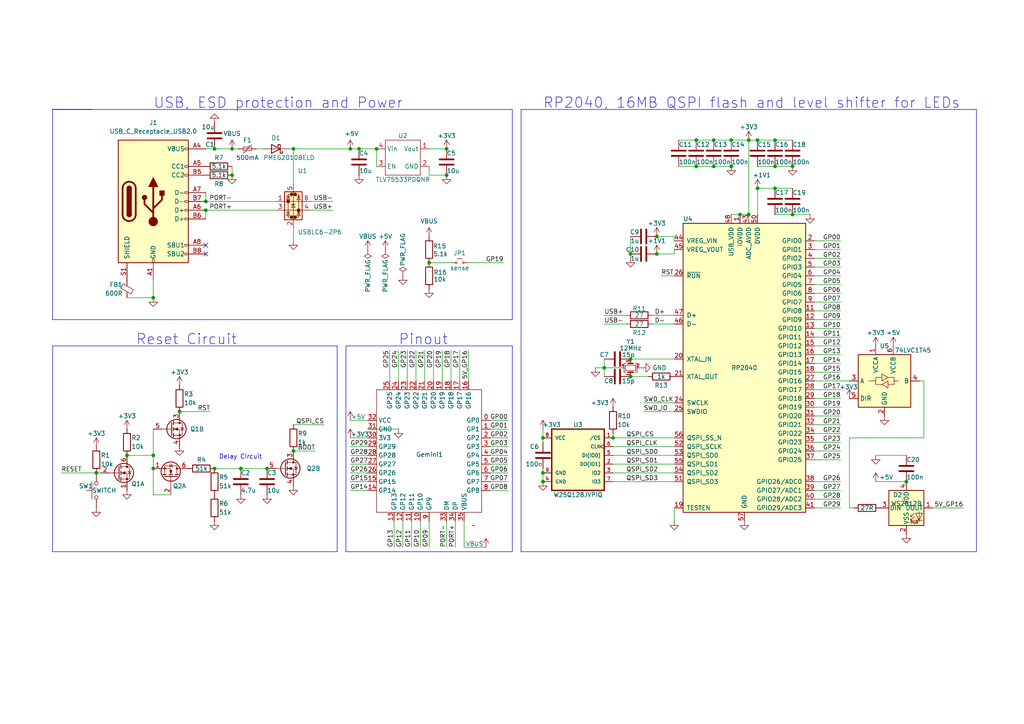
<source format=kicad_sch>
(kicad_sch (version 20231120) (generator "eeschema") (generator_version "8.0")
  (paper "A4")
  (title_block (title "Gemini") (date "2024-08-08") (rev "1.0") (company "0xCB") (comment 1 "Conor Burns"))
  (junction (at 44.45 135.89))
  (junction (at 219.71 40.64))
  (junction (at 157.48 139.7))
  (junction (at 201.93 48.26))
  (junction (at 36.83 132.08))
  (junction (at 67.31 43.18))
  (junction (at 104.14 43.18))
  (junction (at 207.01 40.64))
  (junction (at 62.23 43.18))
  (junction (at 212.09 40.64))
  (junction (at 262.89 139.7))
  (junction (at 77.47 135.89))
  (junction (at 201.93 40.64))
  (junction (at 224.79 48.26))
  (junction (at 175.26 106.68))
  (junction (at 109.22 43.18))
  (junction (at 27.94 137.16))
  (junction (at 157.48 127))
  (junction (at 224.79 40.64))
  (junction (at 190.5 68.58))
  (junction (at 182.88 109.22))
  (junction (at 182.88 73.66))
  (junction (at 124.46 76.2))
  (junction (at 129.54 43.18))
  (junction (at 101.6 43.18))
  (junction (at 59.69 60.96))
  (junction (at 177.8 127))
  (junction (at 129.54 50.8))
  (junction (at 59.69 58.42))
  (junction (at 44.45 132.08))
  (junction (at 212.09 48.26))
  (junction (at 219.71 54.61))
  (junction (at 52.07 119.38))
  (junction (at 217.17 40.64))
  (junction (at 229.87 48.26))
  (junction (at 207.01 48.26))
  (junction (at 182.88 104.14))
  (junction (at 217.17 62.23))
  (junction (at 214.63 62.23))
  (junction (at 85.09 130.81))
  (junction (at 224.79 54.61))
  (junction (at 44.45 86.36))
  (junction (at 62.23 135.89))
  (junction (at 190.5 73.66))
  (junction (at 157.48 137.16))
  (junction (at 67.31 50.8))
  (junction (at 69.85 135.89))
  (junction (at 229.87 62.23))
  (junction (at 85.09 43.18))
  (no_connect (at 59.69 73.66))
  (no_connect (at 59.69 71.12))
  (wire (pts (xy 49.53 143.51) (xy 44.45 143.51)))
  (wire (pts (xy 147.32 142.24) (xy 142.24 142.24)))
  (wire (pts (xy 116.84 158.75) (xy 116.84 151.13)))
  (wire (pts (xy 236.22 85.09) (xy 243.84 85.09)))
  (wire (pts (xy 175.26 106.68) (xy 175.26 104.14)))
  (wire (pts (xy 236.22 82.55) (xy 243.84 82.55)))
  (wire (pts (xy 236.22 72.39) (xy 243.84 72.39)))
  (wire (pts (xy 236.22 142.24) (xy 243.84 142.24)))
  (polyline (pts (xy 15.24 31.75) (xy 26.67 31.75)))
  (wire (pts (xy 217.17 40.64) (xy 217.17 62.23)))
  (polyline (pts (xy 283.21 160.02) (xy 151.13 160.02)))
  (wire (pts (xy 207.01 48.26) (xy 212.09 48.26)))
  (wire (pts (xy 279.4 147.32) (xy 270.51 147.32)))
  (wire (pts (xy 224.79 40.64) (xy 229.87 40.64)))
  (wire (pts (xy 109.22 43.18) (xy 109.22 48.26)))
  (wire (pts (xy 104.14 43.18) (xy 109.22 43.18)))
  (wire (pts (xy 175.26 106.68) (xy 175.26 109.22)))
  (wire (pts (xy 119.38 158.75) (xy 119.38 151.13)))
  (wire (pts (xy 113.03 101.6) (xy 113.03 110.49)))
  (polyline (pts (xy 101.6 100.33) (xy 148.59 100.33)))
  (wire (pts (xy 101.6 121.92) (xy 106.68 121.92)))
  (wire (pts (xy 128.27 101.6) (xy 128.27 110.49)))
  (wire (pts (xy 121.92 158.75) (xy 121.92 151.13)))
  (wire (pts (xy 190.5 73.66) (xy 195.58 73.66)))
  (wire (pts (xy 147.32 121.92) (xy 142.24 121.92)))
  (wire (pts (xy 96.52 58.42) (xy 90.17 58.42)))
  (wire (pts (xy 129.54 158.75) (xy 129.54 151.13)))
  (wire (pts (xy 195.58 73.66) (xy 195.58 72.39)))
  (wire (pts (xy 224.79 54.61) (xy 229.87 54.61)))
  (wire (pts (xy 236.22 144.78) (xy 243.84 144.78)))
  (wire (pts (xy 246.38 147.32) (xy 247.65 147.32)))
  (wire (pts (xy 267.97 127) (xy 267.97 110.49)))
  (wire (pts (xy 254 132.08) (xy 262.89 132.08)))
  (wire (pts (xy 177.8 137.16) (xy 195.58 137.16)))
  (wire (pts (xy 114.3 158.75) (xy 114.3 151.13)))
  (wire (pts (xy 115.57 101.6) (xy 115.57 110.49)))
  (polyline (pts (xy 283.21 31.75) (xy 283.21 160.02)))
  (wire (pts (xy 124.46 50.8) (xy 129.54 50.8)))
  (wire (pts (xy 236.22 115.57) (xy 243.84 115.57)))
  (polyline (pts (xy 151.13 31.75) (xy 166.37 31.75)))
  (wire (pts (xy 147.32 129.54) (xy 142.24 129.54)))
  (wire (pts (xy 44.45 132.08) (xy 44.45 135.89)))
  (wire (pts (xy 59.69 55.88) (xy 59.69 58.42)))
  (wire (pts (xy 185.42 106.68) (xy 186.055 106.68)))
  (wire (pts (xy 101.6 43.18) (xy 104.14 43.18)))
  (wire (pts (xy 157.48 137.16) (xy 157.48 139.7)))
  (wire (pts (xy 90.17 60.96) (xy 96.52 60.96)))
  (wire (pts (xy 195.58 68.58) (xy 190.5 68.58)))
  (polyline (pts (xy 15.24 100.33) (xy 15.24 160.02)))
  (wire (pts (xy 123.19 101.6) (xy 123.19 110.49)))
  (wire (pts (xy 236.22 113.03) (xy 243.84 113.03)))
  (wire (pts (xy 147.32 124.46) (xy 142.24 124.46)))
  (wire (pts (xy 201.93 48.26) (xy 207.01 48.26)))
  (wire (pts (xy 246.38 127) (xy 267.97 127)))
  (wire (pts (xy 101.6 139.7) (xy 106.68 139.7)))
  (wire (pts (xy 236.22 69.85) (xy 243.84 69.85)))
  (polyline (pts (xy 148.59 160.02) (xy 100.33 160.02)))
  (wire (pts (xy 236.22 110.49) (xy 246.38 110.49)))
  (wire (pts (xy 236.22 74.93) (xy 243.84 74.93)))
  (wire (pts (xy 172.72 106.68) (xy 175.26 106.68)))
  (wire (pts (xy 182.88 109.22) (xy 187.96 109.22)))
  (wire (pts (xy 186.69 116.84) (xy 195.58 116.84)))
  (wire (pts (xy 217.17 40.64) (xy 219.71 40.64)))
  (wire (pts (xy 125.73 101.6) (xy 125.73 110.49)))
  (wire (pts (xy 177.8 134.62) (xy 195.58 134.62)))
  (wire (pts (xy 147.32 127) (xy 142.24 127)))
  (wire (pts (xy 236.22 87.63) (xy 243.84 87.63)))
  (wire (pts (xy 236.22 139.7) (xy 243.84 139.7)))
  (wire (pts (xy 147.32 134.62) (xy 142.24 134.62)))
  (wire (pts (xy 147.32 137.16) (xy 142.24 137.16)))
  (wire (pts (xy 180.34 106.68) (xy 175.26 106.68)))
  (wire (pts (xy 236.22 80.01) (xy 243.84 80.01)))
  (wire (pts (xy 236.22 147.32) (xy 243.84 147.32)))
  (wire (pts (xy 182.88 74.93) (xy 182.88 73.66)))
  (wire (pts (xy 118.11 101.6) (xy 118.11 110.49)))
  (wire (pts (xy 189.23 91.44) (xy 195.58 91.44)))
  (wire (pts (xy 236.22 92.71) (xy 243.84 92.71)))
  (wire (pts (xy 236.22 130.81) (xy 243.84 130.81)))
  (wire (pts (xy 246.38 147.32) (xy 246.38 127)))
  (wire (pts (xy 181.61 91.44) (xy 175.26 91.44)))
  (wire (pts (xy 236.22 100.33) (xy 243.84 100.33)))
  (wire (pts (xy 267.97 110.49) (xy 266.7 110.49)))
  (wire (pts (xy 69.85 135.89) (xy 77.47 135.89)))
  (wire (pts (xy 229.87 62.23) (xy 234.95 62.23)))
  (wire (pts (xy 147.32 139.7) (xy 142.24 139.7)))
  (wire (pts (xy 219.71 62.23) (xy 219.71 54.61)))
  (polyline (pts (xy 148.59 31.75) (xy 148.59 92.71)))
  (wire (pts (xy 236.22 77.47) (xy 243.84 77.47)))
  (wire (pts (xy 44.45 135.89) (xy 44.45 143.51)))
  (polyline (pts (xy 15.24 100.33) (xy 97.79 100.33)))
  (wire (pts (xy 189.23 93.98) (xy 195.58 93.98)))
  (wire (pts (xy 224.79 62.23) (xy 229.87 62.23)))
  (wire (pts (xy 236.22 107.95) (xy 243.84 107.95)))
  (wire (pts (xy 124.46 158.75) (xy 124.46 151.13)))
  (wire (pts (xy 115.57 124.46) (xy 106.68 124.46)))
  (polyline (pts (xy 97.79 160.02) (xy 15.24 160.02)))
  (wire (pts (xy 177.8 132.08) (xy 195.58 132.08)))
  (wire (pts (xy 212.09 62.23) (xy 214.63 62.23)))
  (polyline (pts (xy 15.24 92.71) (xy 15.24 31.75)))
  (polyline (pts (xy 148.59 100.33) (xy 148.59 160.02)))
  (wire (pts (xy 236.22 90.17) (xy 243.84 90.17)))
  (polyline (pts (xy 15.24 31.75) (xy 148.59 31.75)))
  (wire (pts (xy 186.69 119.38) (xy 195.58 119.38)))
  (wire (pts (xy 36.83 132.08) (xy 44.45 132.08)))
  (wire (pts (xy 236.22 120.65) (xy 243.84 120.65)))
  (wire (pts (xy 36.83 86.36) (xy 44.45 86.36)))
  (wire (pts (xy 135.89 101.6) (xy 135.89 110.49)))
  (wire (pts (xy 181.61 93.98) (xy 175.26 93.98)))
  (wire (pts (xy 182.88 68.58) (xy 182.88 73.66)))
  (wire (pts (xy 236.22 128.27) (xy 243.84 128.27)))
  (wire (pts (xy 29.21 137.16) (xy 27.94 137.16)))
  (wire (pts (xy 67.31 48.26) (xy 67.31 50.8)))
  (wire (pts (xy 91.44 130.81) (xy 85.09 130.81)))
  (wire (pts (xy 236.22 102.87) (xy 243.84 102.87)))
  (wire (pts (xy 236.22 125.73) (xy 243.84 125.73)))
  (wire (pts (xy 59.69 60.96) (xy 80.01 60.96)))
  (wire (pts (xy 120.65 101.6) (xy 120.65 110.49)))
  (wire (pts (xy 217.17 40.64) (xy 212.09 40.64)))
  (wire (pts (xy 177.8 127) (xy 195.58 127)))
  (wire (pts (xy 157.48 135.89) (xy 157.48 137.16)))
  (wire (pts (xy 17.78 137.16) (xy 27.94 137.16)))
  (wire (pts (xy 93.98 123.19) (xy 85.09 123.19)))
  (wire (pts (xy 101.6 127) (xy 106.68 127)))
  (wire (pts (xy 196.85 40.64) (xy 201.93 40.64)))
  (polyline (pts (xy 148.59 92.71) (xy 15.24 92.71)))
  (wire (pts (xy 101.6 137.16) (xy 106.68 137.16)))
  (wire (pts (xy 254 139.7) (xy 262.89 139.7)))
  (wire (pts (xy 207.01 40.64) (xy 212.09 40.64)))
  (wire (pts (xy 177.8 129.54) (xy 195.58 129.54)))
  (wire (pts (xy 85.09 43.18) (xy 101.6 43.18)))
  (wire (pts (xy 44.45 86.36) (xy 44.45 81.28)))
  (wire (pts (xy 62.23 43.18) (xy 59.69 43.18)))
  (wire (pts (xy 101.6 129.54) (xy 106.68 129.54)))
  (wire (pts (xy 59.69 60.96) (xy 59.69 63.5)))
  (wire (pts (xy 124.46 43.18) (xy 129.54 43.18)))
  (wire (pts (xy 140.97 158.75) (xy 134.62 158.75)))
  (wire (pts (xy 236.22 133.35) (xy 243.84 133.35)))
  (wire (pts (xy 157.48 124.46) (xy 157.48 127)))
  (polyline (pts (xy 100.33 100.33) (xy 101.6 100.33)))
  (wire (pts (xy 224.79 48.26) (xy 229.87 48.26)))
  (wire (pts (xy 132.08 158.75) (xy 132.08 151.13)))
  (wire (pts (xy 124.46 50.8) (xy 124.46 48.26)))
  (wire (pts (xy 201.93 40.64) (xy 207.01 40.64)))
  (wire (pts (xy 62.23 135.89) (xy 69.85 135.89)))
  (wire (pts (xy 157.48 127) (xy 157.48 128.27)))
  (wire (pts (xy 236.22 95.25) (xy 243.84 95.25)))
  (wire (pts (xy 195.58 151.13) (xy 195.58 147.32)))
  (wire (pts (xy 236.22 123.19) (xy 243.84 123.19)))
  (polyline (pts (xy 166.37 31.75) (xy 283.21 31.75)))
  (wire (pts (xy 62.23 43.18) (xy 67.31 43.18)))
  (wire (pts (xy 219.71 40.64) (xy 224.79 40.64)))
  (wire (pts (xy 74.295 43.18) (xy 76.2 43.18)))
  (wire (pts (xy 195.58 80.01) (xy 191.77 80.01)))
  (wire (pts (xy 236.22 105.41) (xy 243.84 105.41)))
  (wire (pts (xy 134.62 158.75) (xy 134.62 151.13)))
  (wire (pts (xy 214.63 62.23) (xy 217.17 62.23)))
  (polyline (pts (xy 97.79 100.33) (xy 97.79 160.02)))
  (wire (pts (xy 219.71 48.26) (xy 224.79 48.26)))
  (wire (pts (xy 101.6 132.08) (xy 106.68 132.08)))
  (wire (pts (xy 59.69 58.42) (xy 80.01 58.42)))
  (wire (pts (xy 133.35 101.6) (xy 133.35 110.49)))
  (wire (pts (xy 83.82 43.18) (xy 85.09 43.18)))
  (polyline (pts (xy 151.13 160.02) (xy 151.13 31.75)))
  (wire (pts (xy 196.85 48.26) (xy 201.93 48.26)))
  (wire (pts (xy 67.31 43.18) (xy 69.215 43.18)))
  (wire (pts (xy 85.09 66.04) (xy 85.09 69.85)))
  (polyline (pts (xy 100.33 160.02) (xy 100.33 100.33)))
  (wire (pts (xy 52.07 119.38) (xy 60.96 119.38)))
  (wire (pts (xy 147.32 132.08) (xy 142.24 132.08)))
  (wire (pts (xy 85.09 53.34) (xy 85.09 43.18)))
  (wire (pts (xy 130.81 101.6) (xy 130.81 110.49)))
  (wire (pts (xy 177.8 139.7) (xy 195.58 139.7)))
  (wire (pts (xy 195.58 69.85) (xy 195.58 68.58)))
  (wire (pts (xy 44.45 124.46) (xy 44.45 132.08)))
  (wire (pts (xy 146.05 76.2) (xy 135.89 76.2)))
  (wire (pts (xy 177.8 125.73) (xy 177.8 127)))
  (wire (pts (xy 130.81 76.2) (xy 124.46 76.2)))
  (wire (pts (xy 236.22 97.79) (xy 243.84 97.79)))
  (wire (pts (xy 219.71 54.61) (xy 224.79 54.61)))
  (wire (pts (xy 101.6 134.62) (xy 106.68 134.62)))
  (wire (pts (xy 101.6 142.24) (xy 106.68 142.24)))
  (wire (pts (xy 182.88 104.14) (xy 195.58 104.14)))
  (wire (pts (xy 236.22 118.11) (xy 243.84 118.11)))
  (text "RP2040, 16MB QSPI flash and level shifter for LEDs" (at 157.48 31.75 0) (effects (font (size 3 3)) (justify left bottom)))
  (text "USB, ESD protection and Power" (at 44.45 31.75 0) (effects (font (size 3 3)) (justify left bottom)))
  (text "Reset Circuit" (at 39.37 100.33 0) (effects (font (size 3 3)) (justify left bottom)))
  (text "Pinout" (at 115.57 100.33 0) (effects (font (size 3 3)) (justify left bottom)))
  (text "Delay Circuit" (at 63.5 133.35 0) (effects (font (size 1.27 1.27)) (justify left bottom)))
  (label "GP27" (at 101.6 134.62 0))
  (label "GP19" (at 128.27 101.6 270))
  (label "GP00" (at 243.84 69.85 180))
  (label "GP24" (at 115.57 101.6 270))
  (label "GP14" (at 101.6 142.24 0))
  (label "SWD_IO" (at 186.69 119.38 0))
  (label "GP21" (at 123.19 101.6 270))
  (label "GP17" (at 243.84 113.03 180))
  (label "GP06" (at 147.32 137.16 180))
  (label "RST" (at 191.77 80.01 0))
  (label "GP13" (at 114.3 158.75 90))
  (label "GP28" (at 243.84 144.78 180))
  (label "GP07" (at 147.32 139.7 180))
  (label "GP24" (at 243.84 130.81 180))
  (label "GP26" (at 101.6 137.16 0))
  (label "D+" (at 189.865 91.44 0))
  (label "GP05" (at 243.84 82.55 180))
  (label "GP15" (at 101.6 139.7 0))
  (label "GP29" (at 243.84 147.32 180))
  (label "GP17" (at 133.35 101.6 270))
  (label "GP16" (at 243.84 110.49 180))
  (label "PORT+" (at 67.31 60.96 180))
  (label "GP22" (at 120.65 101.6 270))
  (label "GP12" (at 116.84 158.75 90))
  (label "GP11" (at 119.38 158.75 90))
  (label "D-" (at 189.865 93.98 0))
  (label "PORT-" (at 67.31 58.42 180))
  (label "GP11" (at 243.84 97.79 180))
  (label "GP06" (at 243.84 85.09 180))
  (label "GP27" (at 243.84 142.24 180))
  (label "GP10" (at 121.92 158.75 90))
  (label "USB-" (at 96.52 58.42 180))
  (label "QSPI_SD0" (at 181.61 132.08 0))
  (label "QSPI_CS" (at 93.98 123.19 180))
  (label "GP20" (at 125.73 101.6 270))
  (label "GP21" (at 243.84 123.19 180))
  (label "GP02" (at 243.84 74.93 180))
  (label "GP19" (at 146.05 76.2 180))
  (label "GP29" (at 101.6 129.54 0))
  (label "5V_GP16" (at 135.89 101.6 270))
  (label "5V_GP16" (at 279.4 147.32 180))
  (label "GP22" (at 243.84 125.73 180))
  (label "QSPI_CS" (at 181.61 127 0))
  (label "GP08" (at 243.84 90.17 180))
  (label "GP25" (at 113.03 101.6 270))
  (label "RESET" (at 17.78 137.16 0))
  (label "GP20" (at 243.84 120.65 180))
  (label "GP09" (at 124.46 158.75 90))
  (label "GP14" (at 243.84 105.41 180))
  (label "QSPI_SD3" (at 181.61 139.7 0))
  (label "GP09" (at 243.84 92.71 180))
  (label "GP13" (at 243.84 102.87 180))
  (label "GP23" (at 243.84 128.27 180))
  (label "GP19" (at 243.84 118.11 180))
  (label "GP05" (at 147.32 134.62 180))
  (label "USB-" (at 175.26 93.98 0))
  (label "GP03" (at 243.84 77.47 180))
  (label "GP04" (at 243.84 80.01 180))
  (label "GP15" (at 243.84 107.95 180))
  (label "PORT+" (at 132.08 158.75 90))
  (label "USB+" (at 96.52 60.96 180))
  (label "GP01" (at 243.84 72.39 180))
  (label "BOOT" (at 91.44 130.81 180))
  (label "QSPI_SD2" (at 181.61 137.16 0))
  (label "PORT-" (at 129.54 158.75 90))
  (label "GP00" (at 147.32 121.92 180))
  (label "GP08" (at 147.32 142.24 180))
  (label "GP18" (at 130.81 101.6 270))
  (label "GP02" (at 147.32 127 180))
  (label "GP07" (at 243.84 87.63 180))
  (label "GP12" (at 243.84 100.33 180))
  (label "GP18" (at 243.84 115.57 180))
  (label "GP03" (at 147.32 129.54 180))
  (label "GP01" (at 147.32 124.46 180))
  (label "GP04" (at 147.32 132.08 180))
  (label "QSPI_CLK" (at 181.61 129.54 0))
  (label "SWD_CLK" (at 186.69 116.84 0))
  (label "GP23" (at 118.11 101.6 270))
  (label "USB+" (at 175.26 91.44 0))
  (label "RST" (at 60.96 119.38 180))
  (label "GP26" (at 243.84 139.7 180))
  (label "GP28" (at 101.6 132.08 0))
  (label "GP25" (at 243.84 133.35 180))
  (label "QSPI_SD1" (at 181.61 134.62 0))
  (label "GP10" (at 243.84 95.25 180))
  (symbol (lib_id "Device:C") (at 201.93 44.45 0) (unit 1)
    (property "Reference" "C12" (at 201.93 41.91 0) (effects (justify left)))
    (property "Value" "100n" (at 201.93 46.99 0) (effects (justify left)))
    (property "Footprint" "gemini:C_0201_0603Metric" (effects (hide yes)))
    (property "Description" "Unpolarized capacitor" (effects (hide yes)))
    (property "MPN " "100nF 10% 10V 0402" (effects (hide yes)))
    (property "LCSC" "C576431" (effects (hide yes)))
  )
  (symbol (lib_id "Device:C") (at 212.09 44.45 0) (unit 1)
    (property "Reference" "C14" (at 212.09 41.91 0) (effects (justify left)))
    (property "Value" "100n" (at 212.09 46.99 0) (effects (justify left)))
    (property "Footprint" "gemini:C_0201_0603Metric" (effects (hide yes)))
    (property "Description" "Unpolarized capacitor" (effects (hide yes)))
    (property "MPN " "100nF 10% 10V 0402" (effects (hide yes)))
    (property "LCSC" "C576431" (effects (hide yes)))
  )
  (symbol (lib_id "power:+3V3") (at 129.54 43.18 0) (unit 1)
    (property "Reference" "#PWR027" (effects (hide yes)))
    (property "Value" "+3V3" (at 129.54 39.37 0))
    (property "Description" "Power symbol creates a global label with name \"+3V3\"" (effects (hide yes)))
  )
  (symbol (lib_id "power:GND") (at 62.23 35.56 0) (mirror x) (unit 1)
    (property "Reference" "#PWR011" (effects (hide yes)))
    (property "Value" "GND" (effects (hide yes)))
    (property "Description" "Power symbol creates a global label with name \"GND\" , ground" (effects (hide yes)))
  )
  (symbol (lib_name "RP2040_1") (lib_id "0xcb:RP2040") (at 215.9 106.68 0) (unit 1)
    (property "Reference" "U4" (at 198.12 63.5 0) (effects (justify left)))
    (property "Value" "RP2040" (at 212.09 106.68 0) (effects (justify left)))
    (property "Footprint" "gemini:RP2040-QFN-56" (effects (hide yes)))
    (property "Datasheet" "https://datasheet.lcsc.com/lcsc/2201101600_Raspberry-Pi-RP2040_C2040.pdf" (effects (hide yes)))
    (property "MPN " "SC0914(13)" (effects (hide yes)))
    (property "JLCPCB_CORRECTION" "0; 0; 180" (effects (hide yes)))
    (property "LCSC" "C2040" (effects (hide yes)))
  )
  (symbol (lib_id "power:GND") (at 195.58 151.13 0) (unit 1)
    (property "Reference" "#PWR038" (effects (hide yes)))
    (property "Value" "GND" (effects (hide yes)))
    (property "Description" "Power symbol creates a global label with name \"GND\" , ground" (effects (hide yes)))
  )
  (symbol (lib_id "power:GND") (at 69.85 143.51 0) (unit 1)
    (property "Reference" "#PWR015" (effects (hide yes)))
    (property "Value" "GND" (effects (hide yes)))
    (property "Description" "Power symbol creates a global label with name \"GND\" , ground" (effects (hide yes)))
  )
  (symbol (lib_id "Device:R") (at 36.83 128.27 0) (unit 1)
    (property "Reference" "R2" (at 38.1 127 0) (effects (justify left)))
    (property "Value" "10k" (at 38.1 129.54 0) (effects (justify left)))
    (property "Footprint" "gemini:R_0201_0603Metric" (effects (hide yes)))
    (property "Description" "Resistor" (effects (hide yes)))
    (property "MPN " "10k 1% 0402" (effects (hide yes)))
    (property "LCSC" "C138117" (effects (hide yes)))
  )
  (symbol (lib_id "power:+1V1") (at 219.71 54.61 0) (unit 1)
    (property "Reference" "#PWR042" (effects (hide yes)))
    (property "Value" "+1V1" (at 220.98 50.8 0))
    (property "Description" "Power symbol creates a global label with name \"+1V1\"" (effects (hide yes)))
  )
  (symbol (lib_id "power:VBUS") (at 106.68 72.39 0) (unit 1)
    (property "Reference" "#PWR024" (effects (hide yes)))
    (property "Value" "VBUS" (at 106.68 68.58 0))
    (property "Description" "Power symbol creates a global label with name \"VBUS\"" (effects (hide yes)))
  )
  (symbol (lib_id "Device:C") (at 179.07 109.22 90) (unit 1)
    (property "Reference" "C8" (at 176.53 110.49 90))
    (property "Value" "15p" (at 182.245 110.49 90))
    (property "Footprint" "gemini:C_0201_0603Metric" (effects (hide yes)))
    (property "Description" "Unpolarized capacitor" (effects (hide yes)))
    (property "MPN " "15pF 5% 10V" (effects (hide yes)))
    (property "LCSC" "C85891" (effects (hide yes)))
  )
  (symbol (lib_id "Device:C") (at 207.01 44.45 0) (unit 1)
    (property "Reference" "C13" (at 207.01 41.91 0) (effects (justify left)))
    (property "Value" "100n" (at 207.01 46.99 0) (effects (justify left)))
    (property "Footprint" "gemini:C_0201_0603Metric" (effects (hide yes)))
    (property "Description" "Unpolarized capacitor" (effects (hide yes)))
    (property "MPN " "100nF 10% 10V 0402" (effects (hide yes)))
    (property "LCSC" "C576431" (effects (hide yes)))
  )
  (symbol (lib_id "Device:C") (at 262.89 135.89 0) (unit 1)
    (property "Reference" "C20" (at 262.89 133.35 0) (effects (justify left)))
    (property "Value" "100n" (at 262.89 138.43 0) (effects (justify left)))
    (property "Footprint" "gemini:C_0201_0603Metric" (effects (hide yes)))
    (property "LCSC" "C576431" (effects (hide yes)))
    (property "MPN " "CL05B104KO5NNNC" (effects (hide yes)))
    (property "Manufacturer" "Samsung Electro-Mechanics" (effects (hide yes)))
    (property "JLC Basic" "Y" (effects (hide yes)))
    (property "Substitute" "Y" (effects (hide yes)))
  )
  (symbol (lib_id "power:+3V3") (at 52.07 111.76 0) (unit 1)
    (property "Reference" "#PWR09" (effects (hide yes)))
    (property "Value" "+3V3" (at 52.07 107.95 0))
    (property "Description" "Power symbol creates a global label with name \"+3V3\"" (effects (hide yes)))
  )
  (symbol (lib_id "power:+5V") (at 101.6 121.92 0) (unit 1)
    (property "Reference" "#PWR020" (effects (hide yes)))
    (property "Value" "+5V" (at 103.886 120.904 0))
    (property "Description" "Power symbol creates a global label with name \"+5V\"" (effects (hide yes)))
  )
  (symbol (lib_id "power:GND") (at 52.07 129.54 0) (unit 1)
    (property "Reference" "#PWR010" (effects (hide yes)))
    (property "Value" "GND" (effects (hide yes)))
    (property "Description" "Power symbol creates a global label with name \"GND\" , ground" (effects (hide yes)))
  )
  (symbol (lib_id "Device:C") (at 77.47 139.7 0) (unit 1)
    (property "Reference" "C3" (at 77.47 137.16 0) (effects (justify left)))
    (property "Value" "10u" (at 77.47 142.24 0) (effects (justify left)))
    (property "Footprint" "gemini:C_0402_1005Metric" (effects (hide yes)))
    (property "Description" "Unpolarized capacitor" (effects (hide yes)))
    (property "MPN " "10uF 20% 10V 0402" (effects (hide yes)))
    (property "LCSC" "C15525" (effects (hide yes)))
  )
  (symbol (lib_id "power:+3V3") (at 157.48 124.46 0) (unit 1)
    (property "Reference" "#PWR030" (effects (hide yes)))
    (property "Value" "+3V3" (at 160.02 123.19 0))
    (property "Description" "Power symbol creates a global label with name \"+3V3\"" (effects (hide yes)))
  )
  (symbol (lib_id "Device:C") (at 224.79 58.42 0) (unit 1)
    (property "Reference" "C17" (at 224.79 55.88 0) (effects (justify left)))
    (property "Value" "100n" (at 224.79 60.96 0) (effects (justify left)))
    (property "Footprint" "gemini:C_0201_0603Metric" (effects (hide yes)))
    (property "Description" "Unpolarized capacitor" (effects (hide yes)))
    (property "MPN " "100nF 10% 10V 0402" (effects (hide yes)))
    (property "LCSC" "C576431" (effects (hide yes)))
  )
  (symbol (lib_id "Device:R") (at 62.23 139.7 0) (unit 1)
    (property "Reference" "R5" (at 63.5 138.43 0) (effects (justify left)))
    (property "Value" "51k" (at 63.5 140.97 0) (effects (justify left)))
    (property "Footprint" "gemini:R_0201_0603Metric" (effects (hide yes)))
    (property "Description" "Resistor" (effects (hide yes)))
    (property "MPN " "51k 1% 0402" (effects (hide yes)))
    (property "LCSC" "C295806" (effects (hide yes)))
  )
  (symbol (lib_id "power:GND") (at 36.83 142.24 0) (unit 1)
    (property "Reference" "#PWR07" (effects (hide yes)))
    (property "Value" "GND" (effects (hide yes)))
    (property "Description" "Power symbol creates a global label with name \"GND\" , ground" (effects (hide yes)))
  )
  (symbol (lib_id "Device:C") (at 196.85 44.45 0) (unit 1)
    (property "Reference" "C11" (at 196.85 41.91 0) (effects (justify left)))
    (property "Value" "100n" (at 196.85 46.99 0) (effects (justify left)))
    (property "Footprint" "gemini:C_0201_0603Metric" (effects (hide yes)))
    (property "Description" "Unpolarized capacitor" (effects (hide yes)))
    (property "MPN " "100nF 10% 10V 0402" (effects (hide yes)))
    (property "LCSC" "C576431" (effects (hide yes)))
  )
  (symbol (lib_id "gemini:gemini") (at 124.46 132.08 0) (unit 1) (in_bom no)
    (property "Reference" "Gemini1" (at 120.65 131.826 0) (effects (justify left)))
    (property "Value" "~" (at 136.8141 152.4 0) (effects (justify left)))
    (property "Footprint" "gemini:gemini" (effects (hide yes)))
  )
  (symbol (lib_id "Transistor_FET:FDG6335N") (at 82.55 135.89 0) (unit 2)
    (property "Reference" "Q2" (at 88.9 135.8899 0) (effects (justify left)))
    (property "Value" "2N7002VC-" (effects (hide yes)))
    (property "Footprint" "gemini:SOT-563" (effects (hide yes)))
    (property "Datasheet" "http://www.gneic.com/product/datasheet/FDG6335N-1122853.pdf" (effects (hide yes)))
    (property "Description" "0.7A Id, 20V Vds, Dual N-Channel MOSFET, 300mOhm Ron, SC-70-6" (effects (hide yes)))
    (property "MPN " "2N7002VC" (effects (hide yes)))
    (property "JLCPCB_CORRECTION" "0; 0; 180" (effects (hide yes)))
    (property "LCSC" "C504145" (effects (hide yes)))
  )
  (symbol (lib_id "Device:C") (at 186.69 68.58 90) (mirror x) (unit 1)
    (property "Reference" "C9" (at 185.42 67.31 90) (effects (justify left)))
    (property "Value" "1u" (at 185.42 69.85 90) (effects (justify left)))
    (property "Footprint" "gemini:C_0201_0603Metric" (effects (hide yes)))
    (property "Description" "Unpolarized capacitor" (effects (hide yes)))
    (property "MPN " "1uF 20% 10V 0402" (effects (hide yes)))
    (property "LCSC" "C76935" (effects (hide yes)))
  )
  (symbol (lib_id "power:GND") (at 186.055 106.68 90) (unit 1)
    (property "Reference" "#PWR035" (effects (hide yes)))
    (property "Value" "GND" (at 189.23 106.6799 90) (effects (justify right)))
    (property "Description" "Power symbol creates a global label with name \"GND\" , ground" (effects (hide yes)))
  )
  (symbol (lib_id "power:PWR_FLAG") (at 106.68 72.39 180) (unit 1)
    (property "Reference" "#FLG01" (effects (hide yes)))
    (property "Value" "PWR_FLAG" (at 106.68 80.01 90))
    (property "Description" "Special symbol for telling ERC where power comes from" (effects (hide yes)))
  )
  (symbol (lib_id "power:+5V") (at 259.08 100.33 0) (unit 1)
    (property "Reference" "#PWR048" (effects (hide yes)))
    (property "Value" "+5V" (at 259.08 96.52 0))
    (property "Description" "Power symbol creates a global label with name \"+5V\"" (effects (hide yes)))
  )
  (symbol (lib_id "Device:C") (at 69.85 139.7 0) (unit 1)
    (property "Reference" "C2" (at 69.85 137.16 0) (effects (justify left)))
    (property "Value" "4.7u" (at 69.85 142.24 0) (effects (justify left)))
    (property "Footprint" "gemini:C_0201_0603Metric" (effects (hide yes)))
    (property "Description" "Unpolarized capacitor" (effects (hide yes)))
    (property "MPN " "4.7uF 20% 10V 0402" (effects (hide yes)))
    (property "LCSC" "C335103" (effects (hide yes)))
  )
  (symbol (lib_id "power:+3V3") (at 190.5 68.58 0) (unit 1)
    (property "Reference" "#PWR036" (effects (hide yes)))
    (property "Value" "+3V3" (at 190.5 64.77 0))
    (property "Description" "Power symbol creates a global label with name \"+3V3\"" (effects (hide yes)))
  )
  (symbol (lib_id "Device:C") (at 229.87 58.42 0) (unit 1)
    (property "Reference" "C19" (at 229.87 55.88 0) (effects (justify left)))
    (property "Value" "100n" (at 229.87 60.96 0) (effects (justify left)))
    (property "Footprint" "gemini:C_0201_0603Metric" (effects (hide yes)))
    (property "Description" "Unpolarized capacitor" (effects (hide yes)))
    (property "MPN " "100nF 10% 10V 0402" (effects (hide yes)))
    (property "LCSC" "C576431" (effects (hide yes)))
  )
  (symbol (lib_id "Device:C") (at 104.14 46.99 0) (unit 1)
    (property "Reference" "C4" (at 104.14 44.45 0) (effects (justify left)))
    (property "Value" "10u" (at 104.14 49.53 0) (effects (justify left)))
    (property "Footprint" "gemini:C_0402_1005Metric" (effects (hide yes)))
    (property "Description" "Unpolarized capacitor" (effects (hide yes)))
    (property "MPN " "10uF 20% 10V 0402" (effects (hide yes)))
    (property "LCSC" "C15525" (effects (hide yes)))
  )
  (symbol (lib_id "Jumper:Jumper_2_Small_Open") (at 133.35 76.2 0) (unit 1) (exclude_from_sim yes) (in_bom no)
    (property "Reference" "JP1" (at 133.35 73.406 0))
    (property "Value" "sense" (at 133.35 77.724 0))
    (property "Footprint" "gemini:SolderJumper-Small" (effects (hide yes)))
    (property "Description" "Jumper, 2-pole, small symbol, open" (effects (hide yes)))
  )
  (symbol (lib_id "Device:C") (at 224.79 44.45 0) (unit 1)
    (property "Reference" "C16" (at 224.79 41.91 0) (effects (justify left)))
    (property "Value" "100n" (at 224.79 46.99 0) (effects (justify left)))
    (property "Footprint" "gemini:C_0201_0603Metric" (effects (hide yes)))
    (property "Description" "Unpolarized capacitor" (effects (hide yes)))
    (property "MPN " "100nF 10% 10V 0402" (effects (hide yes)))
    (property "LCSC" "C576431" (effects (hide yes)))
  )
  (symbol (lib_id "Transistor_FET:FDG6335N") (at 34.29 137.16 0) (unit 1)
    (property "Reference" "Q1" (at 38.1 140.335 0) (effects (justify left)))
    (property "Value" "2N7002VC-" (effects (hide yes)))
    (property "Footprint" "gemini:SOT-563" (effects (hide yes)))
    (property "Datasheet" "http://www.gneic.com/product/datasheet/FDG6335N-1122853.pdf" (effects (hide yes)))
    (property "Description" "0.7A Id, 20V Vds, Dual N-Channel MOSFET, 300mOhm Ron, SC-70-6" (effects (hide yes)))
    (property "MPN " "2N7002VC" (effects (hide yes)))
    (property "JLCPCB_CORRECTION" "0; 0; 180" (effects (hide yes)))
    (property "LCSC" "C504145" (effects (hide yes)))
  )
  (symbol (lib_id "power:GND") (at 27.94 147.32 0) (unit 1)
    (property "Reference" "#PWR05" (effects (hide yes)))
    (property "Value" "GND" (effects (hide yes)))
    (property "Description" "Power symbol creates a global label with name \"GND\" , ground" (effects (hide yes)))
  )
  (symbol (lib_id "power:+3V3") (at 177.8 118.11 0) (unit 1)
    (property "Reference" "#PWR033" (effects (hide yes)))
    (property "Value" "+3V3" (at 173.99 116.84 0))
    (property "Description" "Power symbol creates a global label with name \"+3V3\"" (effects (hide yes)))
  )
  (symbol (lib_id "Device:R") (at 62.23 147.32 0) (unit 1)
    (property "Reference" "R6" (at 63.5 146.05 0) (effects (justify left)))
    (property "Value" "51k" (at 63.5 148.59 0) (effects (justify left)))
    (property "Footprint" "gemini:R_0201_0603Metric" (effects (hide yes)))
    (property "Description" "Resistor" (effects (hide yes)))
    (property "MPN " "51k 1% 0402" (effects (hide yes)))
    (property "LCSC" "C295806" (effects (hide yes)))
  )
  (symbol (lib_id "Device:C") (at 219.71 44.45 0) (unit 1)
    (property "Reference" "C15" (at 219.71 41.91 0) (effects (justify left)))
    (property "Value" "100n" (at 219.71 46.99 0) (effects (justify left)))
    (property "Footprint" "gemini:C_0201_0603Metric" (effects (hide yes)))
    (property "Description" "Unpolarized capacitor" (effects (hide yes)))
    (property "MPN " "100nF 10% 10V 0402" (effects (hide yes)))
    (property "LCSC" "C576431" (effects (hide yes)))
  )
  (symbol (lib_id "power:PWR_FLAG") (at 116.84 80.01 0) (unit 1)
    (property "Reference" "#FLG03" (effects (hide yes)))
    (property "Value" "PWR_FLAG" (at 116.84 72.39 90))
    (property "Description" "Special symbol for telling ERC where power comes from" (effects (hide yes)))
  )
  (symbol (lib_id "Device:C") (at 129.54 46.99 0) (unit 1)
    (property "Reference" "C5" (at 129.54 44.45 0) (effects (justify left)))
    (property "Value" "10u" (at 129.54 49.53 0) (effects (justify left)))
    (property "Footprint" "gemini:C_0402_1005Metric" (effects (hide yes)))
    (property "Description" "Unpolarized capacitor" (effects (hide yes)))
    (property "MPN " "10uF 20% 10V 0402" (effects (hide yes)))
    (property "LCSC" "C15525" (effects (hide yes)))
  )
  (symbol (lib_id "Device:R") (at 185.42 91.44 90) (unit 1)
    (property "Reference" "R11" (at 185.42 89.535 90))
    (property "Value" "27" (at 185.42 91.44 90))
    (property "Footprint" "gemini:R_0201_0603Metric" (effects (hide yes)))
    (property "Description" "Resistor" (effects (hide yes)))
    (property "MPN " "27 1% 0402" (effects (hide yes)))
    (property "LCSC" "C273295" (effects (hide yes)))
  )
  (symbol (lib_id "Device:R") (at 185.42 93.98 90) (unit 1)
    (property "Reference" "R12" (at 185.42 96.52 90))
    (property "Value" "27" (at 185.42 93.98 90))
    (property "Footprint" "gemini:R_0201_0603Metric" (effects (hide yes)))
    (property "Description" "Resistor" (effects (hide yes)))
    (property "MPN " "27 1% 0402" (effects (hide yes)))
    (property "LCSC" "C273295" (effects (hide yes)))
  )
  (symbol (lib_id "power:GND") (at 157.48 139.7 0) (unit 1)
    (property "Reference" "#PWR031" (effects (hide yes)))
    (property "Value" "GND" (effects (hide yes)))
    (property "Description" "Power symbol creates a global label with name \"GND\" , ground" (effects (hide yes)))
  )
  (symbol (lib_id "Device:C") (at 186.69 73.66 90) (mirror x) (unit 1)
    (property "Reference" "C10" (at 185.42 72.39 90) (effects (justify left)))
    (property "Value" "1u" (at 185.42 74.93 90) (effects (justify left)))
    (property "Footprint" "gemini:C_0201_0603Metric" (effects (hide yes)))
    (property "Description" "Unpolarized capacitor" (effects (hide yes)))
    (property "MPN " "1uF 20% 10V 0402" (effects (hide yes)))
    (property "LCSC" "C76935" (effects (hide yes)))
  )
  (symbol (lib_id "power:GND") (at 262.89 154.94 0) (unit 1)
    (property "Reference" "#PWR03" (effects (hide yes)))
    (property "Value" "GND" (effects (hide yes)))
    (property "Description" "Power symbol creates a global label with name \"GND\" , ground" (effects (hide yes)))
  )
  (symbol (lib_id "power:GND") (at 254 132.08 0) (unit 1)
    (property "Reference" "#PWR02" (effects (hide yes)))
    (property "Value" "GND" (effects (hide yes)))
    (property "Description" "Power symbol creates a global label with name \"GND\" , ground" (effects (hide yes)))
  )
  (symbol (lib_id "Device:R") (at 58.42 135.89 90) (unit 1)
    (property "Reference" "R4" (at 58.42 133.35 90))
    (property "Value" "51k" (at 58.42 135.89 90))
    (property "Footprint" "gemini:R_0201_0603Metric" (effects (hide yes)))
    (property "Description" "Resistor" (effects (hide yes)))
    (property "MPN " "51k 1% 0402" (effects (hide yes)))
    (property "LCSC" "C295806" (effects (hide yes)))
  )
  (symbol (lib_id "Transistor_FET:FDG6335N") (at 49.53 124.46 0) (unit 2)
    (property "Reference" "Q1" (at 57.15 124.46 0))
    (property "Value" "2N7002VC-" (effects (hide yes)))
    (property "Footprint" "gemini:SOT-563" (effects (hide yes)))
    (property "Datasheet" "http://www.gneic.com/product/datasheet/FDG6335N-1122853.pdf" (effects (hide yes)))
    (property "Description" "0.7A Id, 20V Vds, Dual N-Channel MOSFET, 300mOhm Ron, SC-70-6" (effects (hide yes)))
    (property "MPN " "2N7002VC" (effects (hide yes)))
    (property "JLCPCB_CORRECTION" "0; 0; 180" (effects (hide yes)))
    (property "LCSC" "C504145" (effects (hide yes)))
  )
  (symbol (lib_id "power:GND") (at 77.47 143.51 0) (unit 1)
    (property "Reference" "#PWR016" (effects (hide yes)))
    (property "Value" "GND" (effects (hide yes)))
    (property "Description" "Power symbol creates a global label with name \"GND\" , ground" (effects (hide yes)))
  )
  (symbol (lib_id "power:GND") (at 212.09 48.26 0) (unit 1)
    (property "Reference" "#PWR039" (effects (hide yes)))
    (property "Value" "GND" (effects (hide yes)))
    (property "Description" "Power symbol creates a global label with name \"GND\" , ground" (effects (hide yes)))
  )
  (symbol (lib_id "power:+3V3") (at 101.6 127 0) (unit 1)
    (property "Reference" "#PWR021" (effects (hide yes)))
    (property "Value" "+3V3" (at 104.394 125.984 0))
    (property "Description" "Power symbol creates a global label with name \"+3V3\"" (effects (hide yes)))
  )
  (symbol (lib_id "Device:Polyfuse_Small") (at 71.755 43.18 90) (unit 1)
    (property "Reference" "F1" (at 71.755 40.64 90))
    (property "Value" "500mA" (at 71.755 45.72 90))
    (property "Footprint" "gemini:Fuse_0603_1608Metric" (effects (hide yes)))
    (property "Description" "Resettable fuse, polymeric positive temperature coefficient, small symbol" (effects (hide yes)))
    (property "MPN " "MF-FSMF050X-2" (effects (hide yes)))
    (property "LCSC" "C210357" (effects (hide yes)))
  )
  (symbol (lib_id "Switch:SW_Push") (at 27.94 142.24 90) (unit 1)
    (property "Reference" "SW1" (at 22.86 140.97 90) (effects (justify right)))
    (property "Value" "SWITCH" (at 26.67 142.24 90) (effects (justify right)))
    (property "Footprint" "gemini:1.9x2.8mm SW" (effects (hide yes)))
    (property "Description" "Push button switch, generic, two pins" (effects (hide yes)))
    (property "MPN " "EVP-BL2A1B000" (effects (hide yes)))
    (property "LCSC" "C589221" (effects (hide yes)))
  )
  (symbol (lib_id "power:GND") (at 229.87 48.26 0) (unit 1)
    (property "Reference" "#PWR043" (effects (hide yes)))
    (property "Value" "GND" (effects (hide yes)))
    (property "Description" "Power symbol creates a global label with name \"GND\" , ground" (effects (hide yes)))
  )
  (symbol (lib_id "power:GND") (at 67.31 50.8 0) (unit 1)
    (property "Reference" "#PWR014" (effects (hide yes)))
    (property "Value" "GND" (effects (hide yes)))
    (property "Description" "Power symbol creates a global label with name \"GND\" , ground" (effects (hide yes)))
  )
  (symbol (lib_id "power:GND") (at 85.09 140.97 0) (unit 1)
    (property "Reference" "#PWR018" (effects (hide yes)))
    (property "Value" "GND" (effects (hide yes)))
    (property "Description" "Power symbol creates a global label with name \"GND\" , ground" (effects (hide yes)))
  )
  (symbol (lib_id "Device:C") (at 229.87 44.45 0) (unit 1)
    (property "Reference" "C18" (at 229.87 41.91 0) (effects (justify left)))
    (property "Value" "100n" (at 229.87 46.99 0) (effects (justify left)))
    (property "Footprint" "gemini:C_0201_0603Metric" (effects (hide yes)))
    (property "Description" "Unpolarized capacitor" (effects (hide yes)))
    (property "MPN " "100nF 10% 10V 0402" (effects (hide yes)))
    (property "LCSC" "C576431" (effects (hide yes)))
  )
  (symbol (lib_id "power:+3V3") (at 217.17 40.64 0) (unit 1)
    (property "Reference" "#PWR041" (effects (hide yes)))
    (property "Value" "+3V3" (at 217.17 36.83 0))
    (property "Description" "Power symbol creates a global label with name \"+3V3\"" (effects (hide yes)))
  )
  (symbol (lib_id "power:VBUS") (at 124.46 68.58 0) (unit 1)
    (property "Reference" "#PWR049" (effects (hide yes)))
    (property "Value" "VBUS" (at 124.46 64.135 0))
    (property "Description" "Power symbol creates a global label with name \"VBUS\"" (effects (hide yes)))
  )
  (symbol (lib_id "Connector:USB_C_Receptacle_USB2.0") (at 44.45 58.42 0) (unit 1)
    (property "Reference" "J1" (at 44.45 35.56 0))
    (property "Value" "USB_C_Receptacle_USB2.0" (at 44.45 38.1 0))
    (property "Footprint" "gemini:USB_C_Receptacle_GCT_USB4105-xx-A_16P_TopMnt_Horizontal" (effects (hide yes)))
    (property "Datasheet" "https://www.usb.org/sites/default/files/documents/usb_type-c.zip" (effects (hide yes)))
    (property "MPN " "USB4510-03-1-A" (effects (hide yes)))
    (property "JLCPCB_CORRECTION" "0; -1; 0" (effects (hide yes)))
    (property "LCSC" "C2858270" (effects (hide yes)))
  )
  (symbol (lib_id "Device:R") (at 124.46 80.01 0) (unit 1)
    (property "Reference" "R16" (at 125.73 78.994 0) (effects (justify left)))
    (property "Value" "10k" (at 125.73 81.026 0) (effects (justify left)))
    (property "Footprint" "gemini:R_0201_0603Metric" (effects (hide yes)))
    (property "Description" "Resistor" (effects (hide yes)))
    (property "MPN " "10k 1% 0402" (effects (hide yes)))
    (property "LCSC" "C138117" (effects (hide yes)))
  )
  (symbol (lib_id "Device:R") (at 85.09 127 0) (unit 1)
    (property "Reference" "R9" (at 86.36 125.73 0) (effects (justify left)))
    (property "Value" "1k" (at 86.36 128.27 0) (effects (justify left)))
    (property "Footprint" "gemini:R_0201_0603Metric" (effects (hide yes)))
    (property "Description" "Resistor" (effects (hide yes)))
    (property "MPN " "1k 1% 0402" (effects (hide yes)))
    (property "LCSC" "C138297" (effects (hide yes)))
  )
  (symbol (lib_id "Device:D_Schottky") (at 80.01 43.18 180) (unit 1)
    (property "Reference" "D1" (at 80.01 40.005 0))
    (property "Value" "PMEG2010BELD" (at 83.82 45.72 0))
    (property "Footprint" "gemini:SOD882D" (effects (hide yes)))
    (property "Description" "Schottky diode" (effects (hide yes)))
    (property "MPN " "PMEG2010BELD,315" (effects (hide yes)))
    (property "JLCPCB_CORRECTION" "0; 0; 180" (effects (hide yes)))
    (property "LCSC" "C552820" (effects (hide yes)))
  )
  (symbol (lib_id "0xcb:W25Q128JVPIQ") (at 167.64 133.35 0) (mirror y) (unit 1)
    (property "Reference" "U3" (at 167.64 123.19 0))
    (property "Value" "W25Q128JVPIQ" (at 167.64 143.51 0))
    (property "Footprint" "gemini:W25Q128JVPIQ" (effects (hide yes)))
    (property "Datasheet" "https://datasheet.lcsc.com/lcsc/1809140423_Winbond-Elec-W25Q128JVPIQ_C190862.pdf" (effects (hide yes)))
    (property "MPN " "W25Q128JVPIQ" (effects (hide yes)))
    (property "JLCPCB_CORRECTION" "0; 0; 270" (effects (hide yes)))
    (property "LCSC" "C190862" (effects (hide yes)))
  )
  (symbol (lib_id "Device:R") (at 124.46 72.39 0) (unit 1)
    (property "Reference" "R15" (at 127.508 71.374 0))
    (property "Value" "5.1k" (at 127.762 73.66 0))
    (property "Footprint" "gemini:R_0201_0603Metric" (effects (hide yes)))
    (property "Description" "Resistor" (effects (hide yes)))
    (property "MPN " "5.1k 1% 0402" (effects (hide yes)))
    (property "LCSC" "C473460" (effects (hide yes)))
  )
  (symbol (lib_id "Device:R") (at 27.94 133.35 0) (unit 1)
    (property "Reference" "R1" (at 29.21 132.08 0) (effects (justify left)))
    (property "Value" "10k" (at 29.21 134.62 0) (effects (justify left)))
    (property "Footprint" "gemini:R_0201_0603Metric" (effects (hide yes)))
    (property "Description" "Resistor" (effects (hide yes)))
    (property "MPN " "10k 1% 0402" (effects (hide yes)))
    (property "LCSC" "C138117" (effects (hide yes)))
  )
  (symbol (lib_id "Device:R") (at 177.8 121.92 0) (unit 1)
    (property "Reference" "R10" (at 179.07 120.65 0) (effects (justify left)))
    (property "Value" "10k" (at 179.07 123.19 0) (effects (justify left)))
    (property "Footprint" "gemini:R_0201_0603Metric" (effects (hide yes)))
    (property "Description" "Resistor" (effects (hide yes)))
    (property "MPN " "10k 1% 0402" (effects (hide yes)))
    (property "LCSC" "C138117" (effects (hide yes)))
  )
  (symbol (lib_id "power:+3V3") (at 246.38 115.57 0) (unit 1)
    (property "Reference" "#PWR045" (effects (hide yes)))
    (property "Value" "+3V3" (at 246.126 112.268 0))
    (property "Description" "Power symbol creates a global label with name \"+3V3\"" (effects (hide yes)))
  )
  (symbol (lib_id "power:GND") (at 215.9 151.13 0) (unit 1)
    (property "Reference" "#PWR040" (effects (hide yes)))
    (property "Value" "GND" (effects (hide yes)))
    (property "Description" "Power symbol creates a global label with name \"GND\" , ground" (effects (hide yes)))
  )
  (symbol (lib_id "power:GND") (at 104.14 50.8 0) (mirror y) (unit 1)
    (property "Reference" "#PWR022" (effects (hide yes)))
    (property "Value" "GND" (effects (hide yes)))
    (property "Description" "Power symbol creates a global label with name \"GND\" , ground" (effects (hide yes)))
  )
  (symbol (lib_id "power:+3V3") (at 36.83 124.46 0) (unit 1)
    (property "Reference" "#PWR06" (effects (hide yes)))
    (property "Value" "+3V3" (at 36.83 120.65 0))
    (property "Description" "Power symbol creates a global label with name \"+3V3\"" (effects (hide yes)))
  )
  (symbol (lib_id "power:PWR_FLAG") (at 111.76 72.39 180) (unit 1)
    (property "Reference" "#FLG02" (effects (hide yes)))
    (property "Value" "PWR_FLAG" (at 111.76 80.01 90))
    (property "Description" "Special symbol for telling ERC where power comes from" (effects (hide yes)))
  )
  (symbol (lib_id "Device:R") (at 251.46 147.32 90) (unit 1)
    (property "Reference" "R14" (effects (hide yes)))
    (property "Value" "27R" (at 251.46 147.32 90))
    (property "Footprint" "gemini:R_0201_0603Metric" (effects (hide yes)))
    (property "LCSC" "C273295" (effects (hide yes)))
    (property "MPN " "0402WGF270JTCE" (effects (hide yes)))
    (property "Manufacturer" "UNI-ROYAL(Uniroyal Elec)" (effects (hide yes)))
    (property "JLC Basic" "N" (effects (hide yes)))
    (property "Substitute" "Y" (effects (hide yes)))
  )
  (symbol (lib_id "Transistor_FET:FDG6335N") (at 49.53 138.43 270) (mirror x) (unit 1)
    (property "Reference" "Q2" (at 52.07 140.97 90))
    (property "Value" "2N7002VC-" (effects (hide yes)))
    (property "Footprint" "gemini:SOT-563" (effects (hide yes)))
    (property "Datasheet" "http://www.gneic.com/product/datasheet/FDG6335N-1122853.pdf" (effects (hide yes)))
    (property "Description" "0.7A Id, 20V Vds, Dual N-Channel MOSFET, 300mOhm Ron, SC-70-6" (effects (hide yes)))
    (property "MPN " "2N7002VC" (effects (hide yes)))
    (property "JLCPCB_CORRECTION" "0; 0; 180" (effects (hide yes)))
    (property "LCSC" "C504145" (effects (hide yes)))
  )
  (symbol (lib_id "Device:C") (at 179.07 104.14 90) (unit 1)
    (property "Reference" "C7" (at 175.26 102.87 90))
    (property "Value" "15p" (at 182.245 102.87 90))
    (property "Footprint" "gemini:C_0201_0603Metric" (effects (hide yes)))
    (property "Description" "Unpolarized capacitor" (effects (hide yes)))
    (property "MPN " "15pF 5% 10V" (effects (hide yes)))
    (property "LCSC" "C85891" (effects (hide yes)))
  )
  (symbol (lib_id "power:GND") (at 44.45 86.36 0) (unit 1)
    (property "Reference" "#PWR08" (effects (hide yes)))
    (property "Value" "GND" (effects (hide yes)))
    (property "Description" "Power symbol creates a global label with name \"GND\" , ground" (effects (hide yes)))
  )
  (symbol (lib_id "power:GND") (at 182.88 74.93 0) (unit 1)
    (property "Reference" "#PWR034" (effects (hide yes)))
    (property "Value" "GND" (effects (hide yes)))
    (property "Description" "Power symbol creates a global label with name \"GND\" , ground" (effects (hide yes)))
  )
  (symbol (lib_id "power:+5V") (at 101.6 43.18 0) (unit 1)
    (property "Reference" "#PWR019" (effects (hide yes)))
    (property "Value" "+5V" (at 101.981 38.7858 0))
    (property "Description" "Power symbol creates a global label with name \"+5V\"" (effects (hide yes)))
  )
  (symbol (lib_id "Device:FerriteBead_Small") (at 36.83 83.82 0) (unit 1)
    (property "Reference" "FB1" (at 31.75 82.55 0) (effects (justify left)))
    (property "Value" "600R" (at 30.48 85.09 0) (effects (justify left)))
    (property "Footprint" "gemini:R_0402_1005Metric" (effects (hide yes)))
    (property "Description" "Ferrite bead, small symbol" (effects (hide yes)))
    (property "MPN " "BLM15PX601SN1D" (effects (hide yes)))
    (property "LCSC" "C160977" (effects (hide yes)))
  )
  (symbol (lib_id "power:GND") (at 115.57 124.46 0) (unit 1)
    (property "Reference" "#PWR023" (effects (hide yes)))
    (property "Value" "GND" (effects (hide yes)))
    (property "Description" "Power symbol creates a global label with name \"GND\" , ground" (effects (hide yes)))
  )
  (symbol (lib_id "power:GND") (at 85.09 69.85 0) (unit 1)
    (property "Reference" "#PWR017" (effects (hide yes)))
    (property "Value" "GND" (effects (hide yes)))
    (property "Description" "Power symbol creates a global label with name \"GND\" , ground" (effects (hide yes)))
  )
  (symbol (lib_id "power:VBUS") (at 140.97 158.75 0) (unit 1)
    (property "Reference" "#PWR029" (effects (hide yes)))
    (property "Value" "VBUS" (at 137.668 157.734 0))
    (property "Description" "Power symbol creates a global label with name \"VBUS\"" (effects (hide yes)))
  )
  (symbol (lib_id "power:+5V") (at 254 139.7 0) (unit 1)
    (property "Reference" "#PWR01" (effects (hide yes)))
    (property "Value" "+5V" (at 257.048 138.43 0))
    (property "Description" "Power symbol creates a global label with name \"+5V\"" (effects (hide yes)))
  )
  (symbol (lib_id "power:GND") (at 62.23 151.13 0) (unit 1)
    (property "Reference" "#PWR012" (effects (hide yes)))
    (property "Value" "GND" (effects (hide yes)))
    (property "Description" "Power symbol creates a global label with name \"GND\" , ground" (effects (hide yes)))
  )
  (symbol (lib_id "Logic_LevelTranslator:SN74LVC1T45DRL") (at 256.54 110.49 0) (unit 1)
    (property "Reference" "U5" (at 256.54 100.33 0))
    (property "Value" "74LVC1T45" (at 264.795 101.6 0))
    (property "Footprint" "gemini:SOT-563" (effects (hide yes)))
    (property "Datasheet" "http://www.ti.com/lit/ds/symlink/sn74lvc1t45.pdf" (effects (hide yes)))
    (property "Description" "Single-Bit Dual-Supply Bus Transceiver With Configurable Voltage Translation and 3-State Outputs, SOT-563" (effects (hide yes)))
    (property "MPN " "SN74LVC1T45DRLR" (effects (hide yes)))
    (property "JLCPCB_CORRECTION" "0; 0; 270" (effects (hide yes)))
    (property "LCSC" "C352970" (effects (hide yes)))
  )
  (symbol (lib_id "Device:R") (at 63.5 48.26 270) (unit 1)
    (property "Reference" "R7" (at 63.5 45.72 90))
    (property "Value" "5.1k" (at 63.5 48.26 90))
    (property "Footprint" "gemini:R_0201_0603Metric" (effects (hide yes)))
    (property "Description" "Resistor" (effects (hide yes)))
    (property "MPN " "5.1k 1% 0402" (effects (hide yes)))
    (property "LCSC" "C473460" (effects (hide yes)))
  )
  (symbol (lib_id "power:GND") (at 256.54 120.65 0) (unit 1)
    (property "Reference" "#PWR047" (effects (hide yes)))
    (property "Value" "GND" (effects (hide yes)))
    (property "Description" "Power symbol creates a global label with name \"GND\" , ground" (effects (hide yes)))
  )
  (symbol (lib_id "0xcb:LP5907SNX-3.3-NOPB") (at 116.84 45.72 0) (unit 1)
    (property "Reference" "U2" (at 116.84 39.37 0))
    (property "Value" "TLV75533PDQNR" (at 116.84 52.07 0))
    (property "Footprint" "gemini:X2SON-4" (effects (hide yes)))
    (property "Datasheet" "https://www.ti.com/lit/ds/symlink/tlv755p.pdf" (effects (hide yes)))
    (property "MPN " "TLV75533PDQNR" (effects (hide yes)))
    (property "JLCPCB_CORRECTION" "0; 0; 180" (effects (hide yes)))
    (property "LCSC" "C2861882" (effects (hide yes)))
  )
  (symbol (lib_id "power:GND") (at 172.72 106.68 0) (unit 1)
    (property "Reference" "#PWR032" (effects (hide yes)))
    (property "Value" "GND" (effects (hide yes)))
    (property "Description" "Power symbol creates a global label with name \"GND\" , ground" (effects (hide yes)))
  )
  (symbol (lib_id "Device:Crystal_GND24_Small") (at 182.88 106.68 90) (unit 1)
    (property "Reference" "Y1" (at 182.88 99.06 90))
    (property "Value" "12MHz" (at 182.88 100.965 90))
    (property "Footprint" "gemini:Crystal_SMD_2520-4Pin_2.5x2.0mm" (effects (hide yes)))
    (property "Description" "Four pin crystal, GND on pins 2 and 4, small symbol" (effects (hide yes)))
    (property "MPN " "ECS-120-10-36B-CWY-TR3" (effects (hide yes)))
    (property "LCSC" "C2149204" (effects (hide yes)))
  )
  (symbol (lib_id "0xcb:WS2812B-2020") (at 262.89 147.32 0) (unit 1)
    (property "Reference" "D2" (at 260.35 143.51 0))
    (property "Value" "WS2812B" (at 262.89 146.05 0))
    (property "Footprint" "gemini:LED_WS2812B-2020_PLCC4_2.0x2.0mm" (effects (hide yes)))
    (property "Datasheet" "https://datasheet.lcsc.com/lcsc/2012110135_Worldsemi-WS2812B-2020_C965555.pdf" (effects (hide yes)))
    (property "LCSC" "C2976072" (effects (hide yes)))
    (property "MPN " "WS2812B-2020" (effects (hide yes)))
    (property "Manufacturer" "Worldsemi" (effects (hide yes)))
    (property "JLCPCB_CORRECTION" "0; 0; 180" (effects (hide yes)))
  )
  (symbol (lib_id "Power_Protection:USBLC6-2P6") (at 85.09 58.42 0) (unit 1)
    (property "Reference" "U1" (at 86.36 49.53 0) (effects (justify left)))
    (property "Value" "USBLC6-2P6" (at 86.36 67.31 0) (effects (justify left)))
    (property "Footprint" "gemini:SOT-666" (effects (hide yes)))
    (property "Datasheet" "https://www.st.com/resource/en/datasheet/usblc6-2.pdf" (effects (hide yes)))
    (property "Description" "Very low capacitance ESD protection diode, 2 data-line, SOT-666" (effects (hide yes)))
    (property "MPN " "USBLC6-2P6" (effects (hide yes)))
    (property "JLCPCB_CORRECTION" "0; 0; 270" (effects (hide yes)))
    (property "LCSC" "C2827693" (effects (hide yes)))
  )
  (symbol (lib_id "power:+1V1") (at 190.5 73.66 0) (unit 1)
    (property "Reference" "#PWR037" (effects (hide yes)))
    (property "Value" "+1V1" (at 190.5 69.85 0))
    (property "Description" "Power symbol creates a global label with name \"+1V1\"" (effects (hide yes)))
  )
  (symbol (lib_id "power:GND") (at 129.54 50.8 0) (mirror y) (unit 1)
    (property "Reference" "#PWR028" (effects (hide yes)))
    (property "Value" "GND" (effects (hide yes)))
    (property "Description" "Power symbol creates a global label with name \"GND\" , ground" (effects (hide yes)))
  )
  (symbol (lib_id "Device:R") (at 63.5 50.8 270) (unit 1)
    (property "Reference" "R8" (at 63.5 53.34 90))
    (property "Value" "5.1k" (at 63.5 50.8 90))
    (property "Footprint" "gemini:R_0201_0603Metric" (effects (hide yes)))
    (property "Description" "Resistor" (effects (hide yes)))
    (property "MPN " "5.1k 1% 0402" (effects (hide yes)))
    (property "LCSC" "C473460" (effects (hide yes)))
  )
  (symbol (lib_id "power:GND") (at 234.95 62.23 0) (unit 1)
    (property "Reference" "#PWR044" (effects (hide yes)))
    (property "Value" "GND" (effects (hide yes)))
    (property "Description" "Power symbol creates a global label with name \"GND\" , ground" (effects (hide yes)))
  )
  (symbol (lib_id "Device:C") (at 62.23 39.37 180) (unit 1)
    (property "Reference" "C1" (at 62.23 41.91 0) (effects (justify left)))
    (property "Value" "10u" (at 62.23 36.83 0) (effects (justify left)))
    (property "Footprint" "gemini:C_0402_1005Metric" (effects (hide yes)))
    (property "Description" "Unpolarized capacitor" (effects (hide yes)))
    (property "MPN " "10uF 20% 10V 0402" (effects (hide yes)))
    (property "LCSC" "C15525" (effects (hide yes)))
  )
  (symbol (lib_id "power:GND") (at 124.46 83.82 0) (unit 1)
    (property "Reference" "#PWR050" (effects (hide yes)))
    (property "Value" "GND" (effects (hide yes)))
    (property "Description" "Power symbol creates a global label with name \"GND\" , ground" (effects (hide yes)))
  )
  (symbol (lib_id "power:+3V3") (at 27.94 129.54 0) (unit 1)
    (property "Reference" "#PWR04" (effects (hide yes)))
    (property "Value" "+3V3" (at 27.94 125.73 0))
    (property "Description" "Power symbol creates a global label with name \"+3V3\"" (effects (hide yes)))
  )
  (symbol (lib_id "power:+3V3") (at 254 100.33 0) (unit 1)
    (property "Reference" "#PWR046" (effects (hide yes)))
    (property "Value" "+3V3" (at 254 96.52 0))
    (property "Description" "Power symbol creates a global label with name \"+3V3\"" (effects (hide yes)))
  )
  (symbol (lib_id "power:+5V") (at 111.76 72.39 0) (unit 1)
    (property "Reference" "#PWR025" (effects (hide yes)))
    (property "Value" "+5V" (at 111.76 68.58 0))
    (property "Description" "Power symbol creates a global label with name \"+5V\"" (effects (hide yes)))
  )
  (symbol (lib_id "Device:R") (at 191.77 109.22 90) (unit 1)
    (property "Reference" "R13" (at 191.77 111.76 90))
    (property "Value" "1k" (at 191.77 109.22 90))
    (property "Footprint" "gemini:R_0201_0603Metric" (effects (hide yes)))
    (property "Description" "Resistor" (effects (hide yes)))
    (property "MPN " "1k 1% 0402" (effects (hide yes)))
    (property "LCSC" "C138297" (effects (hide yes)))
  )
  (symbol (lib_id "Device:R") (at 52.07 115.57 0) (unit 1)
    (property "Reference" "R3" (at 53.34 114.3 0) (effects (justify left)))
    (property "Value" "10k" (at 53.34 116.84 0) (effects (justify left)))
    (property "Footprint" "gemini:R_0201_0603Metric" (effects (hide yes)))
    (property "Description" "Resistor" (effects (hide yes)))
    (property "MPN " "10k 1% 0402" (effects (hide yes)))
    (property "LCSC" "C138117" (effects (hide yes)))
  )
  (symbol (lib_id "power:GND") (at 116.84 80.01 0) (unit 1)
    (property "Reference" "#PWR026" (effects (hide yes)))
    (property "Value" "GND" (effects (hide yes)))
    (property "Description" "Power symbol creates a global label with name \"GND\" , ground" (effects (hide yes)))
  )
  (symbol (lib_id "Device:C") (at 157.48 132.08 0) (unit 1)
    (property "Reference" "C6" (at 153.67 129.54 0) (effects (justify left)))
    (property "Value" "100n" (at 152.4 134.62 0) (effects (justify left)))
    (property "Footprint" "gemini:C_0201_0603Metric" (effects (hide yes)))
    (property "Description" "Unpolarized capacitor" (effects (hide yes)))
    (property "MPN " "100nF 10% 10V 0402" (effects (hide yes)))
    (property "LCSC" "C576431" (effects (hide yes)))
  )
  (symbol (lib_id "power:VBUS") (at 67.31 43.18 0) (unit 1)
    (property "Reference" "#PWR013" (effects (hide yes)))
    (property "Value" "VBUS" (at 67.31 38.735 0))
    (property "Description" "Power symbol creates a global label with name \"VBUS\"" (effects (hide yes)))
  )
)
</source>
